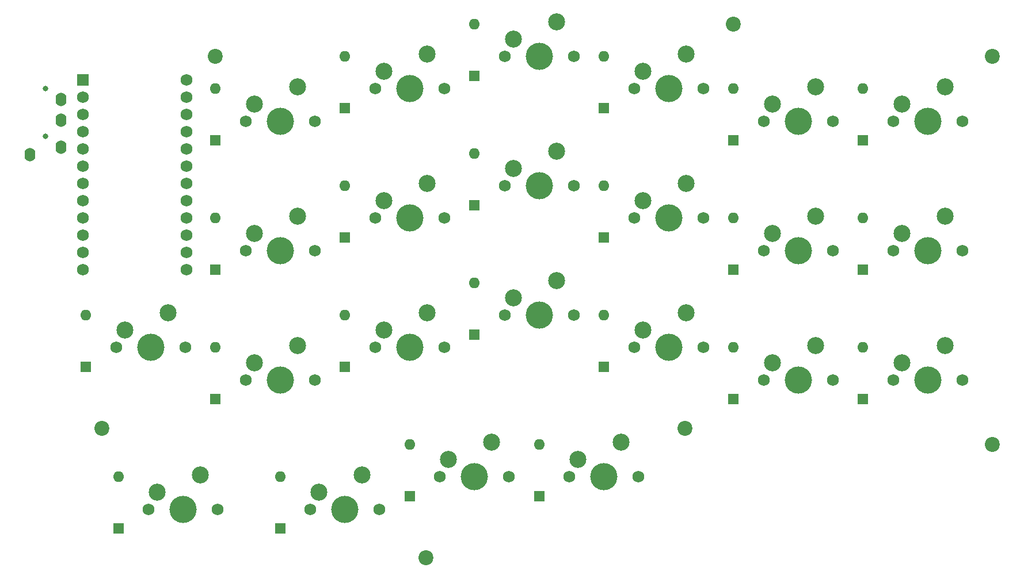
<source format=gbr>
%TF.GenerationSoftware,KiCad,Pcbnew,7.0.8*%
%TF.CreationDate,2023-11-03T19:22:55+09:00*%
%TF.ProjectId,scene46_right,7363656e-6534-4365-9f72-696768742e6b,rev?*%
%TF.SameCoordinates,Original*%
%TF.FileFunction,Soldermask,Bot*%
%TF.FilePolarity,Negative*%
%FSLAX46Y46*%
G04 Gerber Fmt 4.6, Leading zero omitted, Abs format (unit mm)*
G04 Created by KiCad (PCBNEW 7.0.8) date 2023-11-03 19:22:55*
%MOMM*%
%LPD*%
G01*
G04 APERTURE LIST*
%ADD10C,1.750000*%
%ADD11C,4.000000*%
%ADD12C,2.500000*%
%ADD13C,2.200000*%
%ADD14C,0.800000*%
%ADD15O,1.600000X2.000000*%
%ADD16R,1.752600X1.752600*%
%ADD17C,1.752600*%
%ADD18R,1.600000X1.600000*%
%ADD19O,1.600000X1.600000*%
G04 APERTURE END LIST*
D10*
%TO.C,S32*%
X147399375Y-54768750D03*
D11*
X152479375Y-54768750D03*
D10*
X157559375Y-54768750D03*
D12*
X148669375Y-52228750D03*
X155019375Y-49688750D03*
%TD*%
D10*
%TO.C,S35*%
X204549375Y-64293750D03*
D11*
X209629375Y-64293750D03*
D10*
X214709375Y-64293750D03*
D12*
X205819375Y-61753750D03*
X212169375Y-59213750D03*
%TD*%
D10*
%TO.C,S26*%
X147399375Y-35718750D03*
D11*
X152479375Y-35718750D03*
D10*
X157559375Y-35718750D03*
D12*
X148669375Y-33178750D03*
X155019375Y-30638750D03*
%TD*%
D10*
%TO.C,S39*%
X147399375Y-73818750D03*
D11*
X152479375Y-73818750D03*
D10*
X157559375Y-73818750D03*
D12*
X148669375Y-71278750D03*
X155019375Y-68738750D03*
%TD*%
D10*
%TO.C,S43*%
X95011875Y-102393750D03*
D11*
X100091875Y-102393750D03*
D10*
X105171875Y-102393750D03*
D12*
X96281875Y-99853750D03*
X102631875Y-97313750D03*
%TD*%
D13*
%TO.C,H10*%
X88185625Y-90487500D03*
%TD*%
D14*
%TO.C,U4*%
X79851250Y-40481250D03*
X79851250Y-47481250D03*
D15*
X77551250Y-50181250D03*
X82151250Y-49081250D03*
X82151250Y-45081250D03*
X82151250Y-42081250D03*
%TD*%
D13*
%TO.C,H13*%
X219154375Y-92868750D03*
%TD*%
%TO.C,H8*%
X219154375Y-35718750D03*
%TD*%
D10*
%TO.C,S34*%
X185499375Y-64293750D03*
D11*
X190579375Y-64293750D03*
D10*
X195659375Y-64293750D03*
D12*
X186769375Y-61753750D03*
X193119375Y-59213750D03*
%TD*%
D10*
%TO.C,S30*%
X109299375Y-64293750D03*
D11*
X114379375Y-64293750D03*
D10*
X119459375Y-64293750D03*
D12*
X110569375Y-61753750D03*
X116919375Y-59213750D03*
%TD*%
D10*
%TO.C,S28*%
X185499375Y-45243750D03*
D11*
X190579375Y-45243750D03*
D10*
X195659375Y-45243750D03*
D12*
X186769375Y-42703750D03*
X193119375Y-40163750D03*
%TD*%
D10*
%TO.C,S45*%
X137874375Y-97631250D03*
D11*
X142954375Y-97631250D03*
D10*
X148034375Y-97631250D03*
D12*
X139144375Y-95091250D03*
X145494375Y-92551250D03*
%TD*%
D10*
%TO.C,S41*%
X185499375Y-83343750D03*
D11*
X190579375Y-83343750D03*
D10*
X195659375Y-83343750D03*
D12*
X186769375Y-80803750D03*
X193119375Y-78263750D03*
%TD*%
D10*
%TO.C,S29*%
X204549375Y-45243750D03*
D11*
X209629375Y-45243750D03*
D10*
X214709375Y-45243750D03*
D12*
X205819375Y-42703750D03*
X212169375Y-40163750D03*
%TD*%
D10*
%TO.C,S44*%
X118824375Y-102393750D03*
D11*
X123904375Y-102393750D03*
D10*
X128984375Y-102393750D03*
D12*
X120094375Y-99853750D03*
X126444375Y-97313750D03*
%TD*%
D13*
%TO.C,H9*%
X181054375Y-30956250D03*
%TD*%
D10*
%TO.C,S46*%
X156924375Y-97631250D03*
D11*
X162004375Y-97631250D03*
D10*
X167084375Y-97631250D03*
D12*
X158194375Y-95091250D03*
X164544375Y-92551250D03*
%TD*%
D10*
%TO.C,S42*%
X204549375Y-83343750D03*
D11*
X209629375Y-83343750D03*
D10*
X214709375Y-83343750D03*
D12*
X205819375Y-80803750D03*
X212169375Y-78263750D03*
%TD*%
D10*
%TO.C,S40*%
X166449375Y-78581250D03*
D11*
X171529375Y-78581250D03*
D10*
X176609375Y-78581250D03*
D12*
X167719375Y-76041250D03*
X174069375Y-73501250D03*
%TD*%
D10*
%TO.C,S37*%
X109299375Y-83343750D03*
D11*
X114379375Y-83343750D03*
D10*
X119459375Y-83343750D03*
D12*
X110569375Y-80803750D03*
X116919375Y-78263750D03*
%TD*%
D10*
%TO.C,S24*%
X109299375Y-45243750D03*
D11*
X114379375Y-45243750D03*
D10*
X119459375Y-45243750D03*
D12*
X110569375Y-42703750D03*
X116919375Y-40163750D03*
%TD*%
D10*
%TO.C,S25*%
X128349375Y-40481250D03*
D11*
X133429375Y-40481250D03*
D10*
X138509375Y-40481250D03*
D12*
X129619375Y-37941250D03*
X135969375Y-35401250D03*
%TD*%
D13*
%TO.C,H11*%
X135810625Y-109537500D03*
%TD*%
D10*
%TO.C,S33*%
X166449375Y-59531250D03*
D11*
X171529375Y-59531250D03*
D10*
X176609375Y-59531250D03*
D12*
X167719375Y-56991250D03*
X174069375Y-54451250D03*
%TD*%
D10*
%TO.C,S38*%
X128349375Y-78581250D03*
D11*
X133429375Y-78581250D03*
D10*
X138509375Y-78581250D03*
D12*
X129619375Y-76041250D03*
X135969375Y-73501250D03*
%TD*%
D10*
%TO.C,S36*%
X90249375Y-78581250D03*
D11*
X95329375Y-78581250D03*
D10*
X100409375Y-78581250D03*
D12*
X91519375Y-76041250D03*
X97869375Y-73501250D03*
%TD*%
D10*
%TO.C,S31*%
X128349375Y-59531250D03*
D11*
X133429375Y-59531250D03*
D10*
X138509375Y-59531250D03*
D12*
X129619375Y-56991250D03*
X135969375Y-54451250D03*
%TD*%
D10*
%TO.C,S27*%
X166449375Y-40481250D03*
D11*
X171529375Y-40481250D03*
D10*
X176609375Y-40481250D03*
D12*
X167719375Y-37941250D03*
X174069375Y-35401250D03*
%TD*%
D16*
%TO.C,U2*%
X85328125Y-39211250D03*
D17*
X85328125Y-41751250D03*
X85328125Y-44291250D03*
X85328125Y-46831250D03*
X85328125Y-49371250D03*
X85328125Y-51911250D03*
X85328125Y-54451250D03*
X85328125Y-56991250D03*
X85328125Y-59531250D03*
X85328125Y-62071250D03*
X85328125Y-64611250D03*
X85328125Y-67151250D03*
X100568125Y-67151250D03*
X100568125Y-64611250D03*
X100568125Y-62071250D03*
X100568125Y-59531250D03*
X100568125Y-56991250D03*
X100568125Y-54451250D03*
X100568125Y-51911250D03*
X100568125Y-49371250D03*
X100568125Y-46831250D03*
X100568125Y-44291250D03*
X100568125Y-41751250D03*
X100568125Y-39211250D03*
%TD*%
D13*
%TO.C,H12*%
X173910625Y-90487500D03*
%TD*%
%TO.C,H14*%
X104854375Y-35718750D03*
%TD*%
D18*
%TO.C,D44*%
X114379375Y-105251250D03*
D19*
X114379375Y-97631250D03*
%TD*%
D18*
%TO.C,D26*%
X142954375Y-38576250D03*
D19*
X142954375Y-30956250D03*
%TD*%
D18*
%TO.C,D28*%
X181054375Y-48101250D03*
D19*
X181054375Y-40481250D03*
%TD*%
D18*
%TO.C,D25*%
X123904375Y-43338750D03*
D19*
X123904375Y-35718750D03*
%TD*%
D18*
%TO.C,D35*%
X200104375Y-67151250D03*
D19*
X200104375Y-59531250D03*
%TD*%
D18*
%TO.C,D27*%
X162004375Y-43338750D03*
D19*
X162004375Y-35718750D03*
%TD*%
D18*
%TO.C,D34*%
X181054375Y-67151250D03*
D19*
X181054375Y-59531250D03*
%TD*%
D18*
%TO.C,D45*%
X133429375Y-100488750D03*
D19*
X133429375Y-92868750D03*
%TD*%
D18*
%TO.C,D39*%
X142954375Y-76676250D03*
D19*
X142954375Y-69056250D03*
%TD*%
D18*
%TO.C,D37*%
X104854375Y-86201250D03*
D19*
X104854375Y-78581250D03*
%TD*%
D18*
%TO.C,D46*%
X152479375Y-100488750D03*
D19*
X152479375Y-92868750D03*
%TD*%
D18*
%TO.C,D40*%
X162004375Y-81438750D03*
D19*
X162004375Y-73818750D03*
%TD*%
D18*
%TO.C,D31*%
X123904375Y-62388750D03*
D19*
X123904375Y-54768750D03*
%TD*%
D18*
%TO.C,D42*%
X200104375Y-86201250D03*
D19*
X200104375Y-78581250D03*
%TD*%
D18*
%TO.C,D36*%
X85804375Y-81438750D03*
D19*
X85804375Y-73818750D03*
%TD*%
D18*
%TO.C,D33*%
X162004375Y-62388750D03*
D19*
X162004375Y-54768750D03*
%TD*%
D18*
%TO.C,D30*%
X104854375Y-67151250D03*
D19*
X104854375Y-59531250D03*
%TD*%
D18*
%TO.C,D38*%
X123904375Y-81438750D03*
D19*
X123904375Y-73818750D03*
%TD*%
D18*
%TO.C,D32*%
X142954375Y-57626250D03*
D19*
X142954375Y-50006250D03*
%TD*%
D18*
%TO.C,D41*%
X181054375Y-86201250D03*
D19*
X181054375Y-78581250D03*
%TD*%
D18*
%TO.C,D43*%
X90566875Y-105251250D03*
D19*
X90566875Y-97631250D03*
%TD*%
D18*
%TO.C,D24*%
X104854375Y-48101250D03*
D19*
X104854375Y-40481250D03*
%TD*%
D18*
%TO.C,D29*%
X200104375Y-48101250D03*
D19*
X200104375Y-40481250D03*
%TD*%
M02*

</source>
